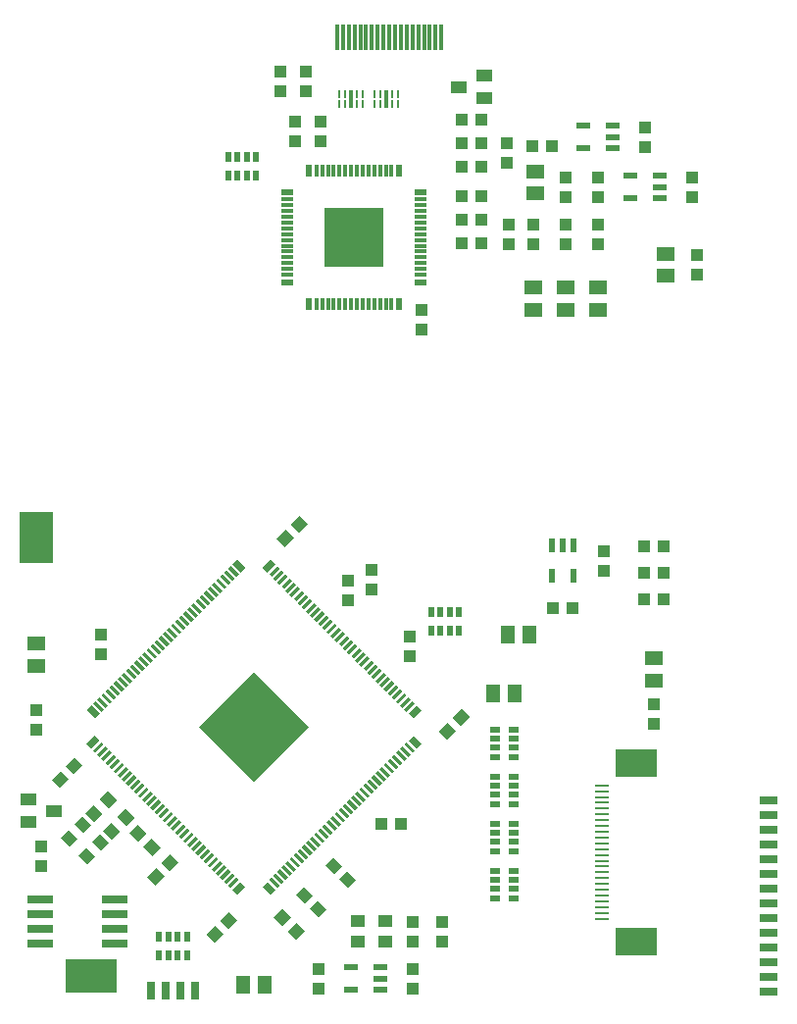
<source format=gtp>
G75*
%MOIN*%
%OFA0B0*%
%FSLAX25Y25*%
%IPPOS*%
%LPD*%
%AMOC8*
5,1,8,0,0,1.08239X$1,22.5*
%
%ADD10R,0.05906X0.05118*%
%ADD11R,0.05118X0.05906*%
%ADD12R,0.04331X0.03937*%
%ADD13R,0.03937X0.04331*%
%ADD14R,0.03543X0.01969*%
%ADD15R,0.11811X0.17717*%
%ADD16R,0.17717X0.11811*%
%ADD17R,0.03937X0.02362*%
%ADD18R,0.03937X0.01181*%
%ADD19R,0.02362X0.03937*%
%ADD20R,0.01181X0.03937*%
%ADD21R,0.26378X0.26378*%
%ADD22R,0.20472X0.20472*%
%ADD23R,0.08500X0.02500*%
%ADD24R,0.05118X0.04331*%
%ADD25R,0.04724X0.02165*%
%ADD26R,0.02165X0.04724*%
%ADD27R,0.04921X0.00984*%
%ADD28R,0.14370X0.09252*%
%ADD29R,0.01181X0.08661*%
%ADD30R,0.06299X0.03150*%
%ADD31R,0.01969X0.03543*%
%ADD32R,0.01575X0.06102*%
%ADD33R,0.00787X0.02657*%
%ADD34R,0.03150X0.06299*%
%ADD35R,0.05512X0.03937*%
D10*
X0014333Y0146093D03*
X0014333Y0153573D03*
X0183333Y0267093D03*
X0183333Y0274573D03*
X0194333Y0274573D03*
X0194333Y0267093D03*
X0205333Y0267093D03*
X0205333Y0274573D03*
X0228333Y0278593D03*
X0228333Y0286073D03*
X0183833Y0306593D03*
X0183833Y0314073D03*
X0224333Y0148573D03*
X0224333Y0141093D03*
D11*
X0182073Y0156833D03*
X0174593Y0156833D03*
X0177073Y0136833D03*
X0169593Y0136833D03*
X0092073Y0037833D03*
X0084593Y0037833D03*
D12*
G36*
X0072045Y0054742D02*
X0075106Y0057803D01*
X0077889Y0055020D01*
X0074828Y0051959D01*
X0072045Y0054742D01*
G37*
G36*
X0076778Y0059475D02*
X0079839Y0062536D01*
X0082622Y0059753D01*
X0079561Y0056692D01*
X0076778Y0059475D01*
G37*
G36*
X0056778Y0079061D02*
X0059839Y0082122D01*
X0062622Y0079339D01*
X0059561Y0076278D01*
X0056778Y0079061D01*
G37*
G36*
X0052045Y0074328D02*
X0055106Y0077389D01*
X0057889Y0074606D01*
X0054828Y0071545D01*
X0052045Y0074328D01*
G37*
G36*
X0053839Y0081545D02*
X0050778Y0084606D01*
X0053561Y0087389D01*
X0056622Y0084328D01*
X0053839Y0081545D01*
G37*
G36*
X0049106Y0086278D02*
X0046045Y0089339D01*
X0048828Y0092122D01*
X0051889Y0089061D01*
X0049106Y0086278D01*
G37*
G36*
X0024278Y0112061D02*
X0027339Y0115122D01*
X0030122Y0112339D01*
X0027061Y0109278D01*
X0024278Y0112061D01*
G37*
G36*
X0019545Y0107328D02*
X0022606Y0110389D01*
X0025389Y0107606D01*
X0022328Y0104545D01*
X0019545Y0107328D01*
G37*
X0014333Y0124487D03*
X0014333Y0131180D03*
X0015833Y0084680D03*
X0015833Y0077987D03*
G36*
X0105606Y0065278D02*
X0102545Y0068339D01*
X0105328Y0071122D01*
X0108389Y0068061D01*
X0105606Y0065278D01*
G37*
G36*
X0110339Y0060545D02*
X0107278Y0063606D01*
X0110061Y0066389D01*
X0113122Y0063328D01*
X0110339Y0060545D01*
G37*
G36*
X0120339Y0070545D02*
X0117278Y0073606D01*
X0120061Y0076389D01*
X0123122Y0073328D01*
X0120339Y0070545D01*
G37*
G36*
X0115606Y0075278D02*
X0112545Y0078339D01*
X0115328Y0081122D01*
X0118389Y0078061D01*
X0115606Y0075278D01*
G37*
X0131487Y0092333D03*
X0138180Y0092333D03*
G36*
X0156889Y0124106D02*
X0153828Y0121045D01*
X0151045Y0123828D01*
X0154106Y0126889D01*
X0156889Y0124106D01*
G37*
G36*
X0161622Y0128839D02*
X0158561Y0125778D01*
X0155778Y0128561D01*
X0158839Y0131622D01*
X0161622Y0128839D01*
G37*
X0189987Y0165833D03*
X0196680Y0165833D03*
X0224333Y0133180D03*
X0224333Y0126487D03*
X0152333Y0059180D03*
X0152333Y0052487D03*
X0120333Y0168487D03*
X0120333Y0175180D03*
X0128333Y0171987D03*
X0128333Y0178680D03*
G36*
X0106622Y0194339D02*
X0103561Y0191278D01*
X0100778Y0194061D01*
X0103839Y0197122D01*
X0106622Y0194339D01*
G37*
G36*
X0101889Y0189606D02*
X0098828Y0186545D01*
X0096045Y0189328D01*
X0099106Y0192389D01*
X0101889Y0189606D01*
G37*
X0158987Y0289833D03*
X0165680Y0289833D03*
X0165680Y0297833D03*
X0158987Y0297833D03*
X0158987Y0305833D03*
X0165680Y0305833D03*
X0174833Y0296180D03*
X0174833Y0289487D03*
X0183333Y0289487D03*
X0183333Y0296180D03*
X0194333Y0296180D03*
X0194333Y0289487D03*
X0205333Y0289487D03*
X0205333Y0296180D03*
X0194333Y0305487D03*
X0194333Y0312180D03*
X0189680Y0322833D03*
X0182987Y0322833D03*
X0174333Y0323680D03*
X0174333Y0316987D03*
X0238833Y0285680D03*
X0238833Y0278987D03*
X0097333Y0341487D03*
X0097333Y0348180D03*
D13*
X0105833Y0348180D03*
X0105833Y0341487D03*
X0102333Y0331180D03*
X0102333Y0324487D03*
X0110833Y0324487D03*
X0110833Y0331180D03*
X0158987Y0331833D03*
X0165680Y0331833D03*
X0165680Y0323833D03*
X0158987Y0323833D03*
X0158987Y0315833D03*
X0165680Y0315833D03*
X0205333Y0312180D03*
X0205333Y0305487D03*
X0221333Y0322487D03*
X0221333Y0329180D03*
X0237333Y0312180D03*
X0237333Y0305487D03*
X0145333Y0267180D03*
X0145333Y0260487D03*
X0207333Y0185180D03*
X0207333Y0178487D03*
X0220987Y0177833D03*
X0227680Y0177833D03*
X0227680Y0168833D03*
X0220987Y0168833D03*
X0220987Y0186833D03*
X0227680Y0186833D03*
X0141333Y0156180D03*
X0141333Y0149487D03*
G36*
X0097828Y0057778D02*
X0095045Y0060561D01*
X0098106Y0063622D01*
X0100889Y0060839D01*
X0097828Y0057778D01*
G37*
G36*
X0102561Y0053045D02*
X0099778Y0055828D01*
X0102839Y0058889D01*
X0105622Y0056106D01*
X0102561Y0053045D01*
G37*
X0110333Y0043180D03*
X0110333Y0036487D03*
X0142333Y0036487D03*
X0142333Y0043180D03*
X0142333Y0052487D03*
X0142333Y0059180D03*
G36*
X0047622Y0094561D02*
X0044839Y0091778D01*
X0041778Y0094839D01*
X0044561Y0097622D01*
X0047622Y0094561D01*
G37*
G36*
X0042889Y0089828D02*
X0040106Y0087045D01*
X0037045Y0090106D01*
X0039828Y0092889D01*
X0042889Y0089828D01*
G37*
G36*
X0039122Y0086061D02*
X0036339Y0083278D01*
X0033278Y0086339D01*
X0036061Y0089122D01*
X0039122Y0086061D01*
G37*
G36*
X0034389Y0081328D02*
X0031606Y0078545D01*
X0028545Y0081606D01*
X0031328Y0084389D01*
X0034389Y0081328D01*
G37*
G36*
X0022545Y0087606D02*
X0025328Y0090389D01*
X0028389Y0087328D01*
X0025606Y0084545D01*
X0022545Y0087606D01*
G37*
G36*
X0027278Y0092339D02*
X0030061Y0095122D01*
X0033122Y0092061D01*
X0030339Y0089278D01*
X0027278Y0092339D01*
G37*
G36*
X0036889Y0095828D02*
X0034106Y0093045D01*
X0031045Y0096106D01*
X0033828Y0098889D01*
X0036889Y0095828D01*
G37*
G36*
X0041622Y0100561D02*
X0038839Y0097778D01*
X0035778Y0100839D01*
X0038561Y0103622D01*
X0041622Y0100561D01*
G37*
X0036333Y0149987D03*
X0036333Y0156680D03*
D14*
X0170184Y0124558D03*
X0170184Y0121408D03*
X0170184Y0118259D03*
X0170184Y0115109D03*
X0170184Y0108558D03*
X0170184Y0105408D03*
X0170184Y0102259D03*
X0170184Y0099109D03*
X0170184Y0092558D03*
X0170184Y0089408D03*
X0170184Y0086259D03*
X0170184Y0083109D03*
X0170184Y0076558D03*
X0170184Y0073408D03*
X0170184Y0070259D03*
X0170184Y0067109D03*
X0176483Y0067109D03*
X0176483Y0070259D03*
X0176483Y0073408D03*
X0176483Y0076558D03*
X0176483Y0083109D03*
X0176483Y0086259D03*
X0176483Y0089408D03*
X0176483Y0092558D03*
X0176483Y0099109D03*
X0176483Y0102259D03*
X0176483Y0105408D03*
X0176483Y0108558D03*
X0176483Y0115109D03*
X0176483Y0118259D03*
X0176483Y0121408D03*
X0176483Y0124558D03*
D15*
X0014333Y0189833D03*
D16*
X0032833Y0040833D03*
D17*
G36*
X0085409Y0071186D02*
X0082627Y0068404D01*
X0080957Y0070074D01*
X0083739Y0072856D01*
X0085409Y0071186D01*
G37*
G36*
X0035856Y0120739D02*
X0033074Y0117957D01*
X0031404Y0119627D01*
X0034186Y0122409D01*
X0035856Y0120739D01*
G37*
G36*
X0095710Y0180593D02*
X0092928Y0177811D01*
X0091258Y0179481D01*
X0094040Y0182263D01*
X0095710Y0180593D01*
G37*
G36*
X0145263Y0131040D02*
X0142481Y0128258D01*
X0140811Y0129928D01*
X0143593Y0132710D01*
X0145263Y0131040D01*
G37*
X0144971Y0276479D03*
X0144971Y0307188D03*
X0099696Y0307188D03*
X0099696Y0276479D03*
D18*
X0099696Y0279038D03*
X0099696Y0281007D03*
X0099696Y0282975D03*
X0099696Y0284944D03*
X0099696Y0286912D03*
X0099696Y0288881D03*
X0099696Y0290849D03*
X0099696Y0292818D03*
X0099696Y0294786D03*
X0099696Y0296755D03*
X0099696Y0298723D03*
X0099696Y0300692D03*
X0099696Y0302660D03*
X0099696Y0304629D03*
X0144971Y0304629D03*
X0144971Y0302660D03*
X0144971Y0300692D03*
X0144971Y0298723D03*
X0144971Y0296755D03*
X0144971Y0294786D03*
X0144971Y0292818D03*
X0144971Y0290849D03*
X0144971Y0288881D03*
X0144971Y0286912D03*
X0144971Y0284944D03*
X0144971Y0282975D03*
X0144971Y0281007D03*
X0144971Y0279038D03*
G36*
X0097101Y0179201D02*
X0094319Y0176419D01*
X0093485Y0177253D01*
X0096267Y0180035D01*
X0097101Y0179201D01*
G37*
G36*
X0098493Y0177809D02*
X0095711Y0175027D01*
X0094877Y0175861D01*
X0097659Y0178643D01*
X0098493Y0177809D01*
G37*
G36*
X0099885Y0176417D02*
X0097103Y0173635D01*
X0096269Y0174469D01*
X0099051Y0177251D01*
X0099885Y0176417D01*
G37*
G36*
X0101277Y0175025D02*
X0098495Y0172243D01*
X0097661Y0173077D01*
X0100443Y0175859D01*
X0101277Y0175025D01*
G37*
G36*
X0102669Y0173633D02*
X0099887Y0170851D01*
X0099053Y0171685D01*
X0101835Y0174467D01*
X0102669Y0173633D01*
G37*
G36*
X0104061Y0172241D02*
X0101279Y0169459D01*
X0100445Y0170293D01*
X0103227Y0173075D01*
X0104061Y0172241D01*
G37*
G36*
X0105453Y0170849D02*
X0102671Y0168067D01*
X0101837Y0168901D01*
X0104619Y0171683D01*
X0105453Y0170849D01*
G37*
G36*
X0106845Y0169458D02*
X0104063Y0166676D01*
X0103229Y0167510D01*
X0106011Y0170292D01*
X0106845Y0169458D01*
G37*
G36*
X0108237Y0168066D02*
X0105455Y0165284D01*
X0104621Y0166118D01*
X0107403Y0168900D01*
X0108237Y0168066D01*
G37*
G36*
X0109629Y0166674D02*
X0106847Y0163892D01*
X0106013Y0164726D01*
X0108795Y0167508D01*
X0109629Y0166674D01*
G37*
G36*
X0111020Y0165282D02*
X0108238Y0162500D01*
X0107404Y0163334D01*
X0110186Y0166116D01*
X0111020Y0165282D01*
G37*
G36*
X0112412Y0163890D02*
X0109630Y0161108D01*
X0108796Y0161942D01*
X0111578Y0164724D01*
X0112412Y0163890D01*
G37*
G36*
X0113804Y0162498D02*
X0111022Y0159716D01*
X0110188Y0160550D01*
X0112970Y0163332D01*
X0113804Y0162498D01*
G37*
G36*
X0115196Y0161106D02*
X0112414Y0158324D01*
X0111580Y0159158D01*
X0114362Y0161940D01*
X0115196Y0161106D01*
G37*
G36*
X0116588Y0159714D02*
X0113806Y0156932D01*
X0112972Y0157766D01*
X0115754Y0160548D01*
X0116588Y0159714D01*
G37*
G36*
X0117980Y0158322D02*
X0115198Y0155540D01*
X0114364Y0156374D01*
X0117146Y0159156D01*
X0117980Y0158322D01*
G37*
G36*
X0119372Y0156930D02*
X0116590Y0154148D01*
X0115756Y0154982D01*
X0118538Y0157764D01*
X0119372Y0156930D01*
G37*
G36*
X0120764Y0155538D02*
X0117982Y0152756D01*
X0117148Y0153590D01*
X0119930Y0156372D01*
X0120764Y0155538D01*
G37*
G36*
X0122156Y0154146D02*
X0119374Y0151364D01*
X0118540Y0152198D01*
X0121322Y0154980D01*
X0122156Y0154146D01*
G37*
G36*
X0123548Y0152754D02*
X0120766Y0149972D01*
X0119932Y0150806D01*
X0122714Y0153588D01*
X0123548Y0152754D01*
G37*
G36*
X0124940Y0151362D02*
X0122158Y0148580D01*
X0121324Y0149414D01*
X0124106Y0152196D01*
X0124940Y0151362D01*
G37*
G36*
X0126332Y0149970D02*
X0123550Y0147188D01*
X0122716Y0148022D01*
X0125498Y0150804D01*
X0126332Y0149970D01*
G37*
G36*
X0127724Y0148578D02*
X0124942Y0145796D01*
X0124108Y0146630D01*
X0126890Y0149412D01*
X0127724Y0148578D01*
G37*
G36*
X0129116Y0147186D02*
X0126334Y0144404D01*
X0125500Y0145238D01*
X0128282Y0148020D01*
X0129116Y0147186D01*
G37*
G36*
X0130508Y0145795D02*
X0127726Y0143013D01*
X0126892Y0143847D01*
X0129674Y0146629D01*
X0130508Y0145795D01*
G37*
G36*
X0131900Y0144403D02*
X0129118Y0141621D01*
X0128284Y0142455D01*
X0131066Y0145237D01*
X0131900Y0144403D01*
G37*
G36*
X0133292Y0143011D02*
X0130510Y0140229D01*
X0129676Y0141063D01*
X0132458Y0143845D01*
X0133292Y0143011D01*
G37*
G36*
X0134683Y0141619D02*
X0131901Y0138837D01*
X0131067Y0139671D01*
X0133849Y0142453D01*
X0134683Y0141619D01*
G37*
G36*
X0136075Y0140227D02*
X0133293Y0137445D01*
X0132459Y0138279D01*
X0135241Y0141061D01*
X0136075Y0140227D01*
G37*
G36*
X0137467Y0138835D02*
X0134685Y0136053D01*
X0133851Y0136887D01*
X0136633Y0139669D01*
X0137467Y0138835D01*
G37*
G36*
X0138859Y0137443D02*
X0136077Y0134661D01*
X0135243Y0135495D01*
X0138025Y0138277D01*
X0138859Y0137443D01*
G37*
G36*
X0140251Y0136051D02*
X0137469Y0133269D01*
X0136635Y0134103D01*
X0139417Y0136885D01*
X0140251Y0136051D01*
G37*
G36*
X0141643Y0134659D02*
X0138861Y0131877D01*
X0138027Y0132711D01*
X0140809Y0135493D01*
X0141643Y0134659D01*
G37*
G36*
X0143035Y0133267D02*
X0140253Y0130485D01*
X0139419Y0131319D01*
X0142201Y0134101D01*
X0143035Y0133267D01*
G37*
G36*
X0083182Y0073414D02*
X0080400Y0070632D01*
X0079566Y0071466D01*
X0082348Y0074248D01*
X0083182Y0073414D01*
G37*
G36*
X0081790Y0074805D02*
X0079008Y0072023D01*
X0078174Y0072857D01*
X0080956Y0075639D01*
X0081790Y0074805D01*
G37*
G36*
X0080398Y0076197D02*
X0077616Y0073415D01*
X0076782Y0074249D01*
X0079564Y0077031D01*
X0080398Y0076197D01*
G37*
G36*
X0079006Y0077589D02*
X0076224Y0074807D01*
X0075390Y0075641D01*
X0078172Y0078423D01*
X0079006Y0077589D01*
G37*
G36*
X0077614Y0078981D02*
X0074832Y0076199D01*
X0073998Y0077033D01*
X0076780Y0079815D01*
X0077614Y0078981D01*
G37*
G36*
X0076222Y0080373D02*
X0073440Y0077591D01*
X0072606Y0078425D01*
X0075388Y0081207D01*
X0076222Y0080373D01*
G37*
G36*
X0074830Y0081765D02*
X0072048Y0078983D01*
X0071214Y0079817D01*
X0073996Y0082599D01*
X0074830Y0081765D01*
G37*
G36*
X0073438Y0083157D02*
X0070656Y0080375D01*
X0069822Y0081209D01*
X0072604Y0083991D01*
X0073438Y0083157D01*
G37*
G36*
X0072046Y0084549D02*
X0069264Y0081767D01*
X0068430Y0082601D01*
X0071212Y0085383D01*
X0072046Y0084549D01*
G37*
G36*
X0070654Y0085941D02*
X0067872Y0083159D01*
X0067038Y0083993D01*
X0069820Y0086775D01*
X0070654Y0085941D01*
G37*
G36*
X0069262Y0087333D02*
X0066480Y0084551D01*
X0065646Y0085385D01*
X0068428Y0088167D01*
X0069262Y0087333D01*
G37*
G36*
X0067870Y0088725D02*
X0065088Y0085943D01*
X0064254Y0086777D01*
X0067036Y0089559D01*
X0067870Y0088725D01*
G37*
G36*
X0066478Y0090117D02*
X0063696Y0087335D01*
X0062862Y0088169D01*
X0065644Y0090951D01*
X0066478Y0090117D01*
G37*
G36*
X0065086Y0091509D02*
X0062304Y0088727D01*
X0061470Y0089561D01*
X0064252Y0092343D01*
X0065086Y0091509D01*
G37*
G36*
X0063694Y0092901D02*
X0060912Y0090119D01*
X0060078Y0090953D01*
X0062860Y0093735D01*
X0063694Y0092901D01*
G37*
G36*
X0062302Y0094293D02*
X0059520Y0091511D01*
X0058686Y0092345D01*
X0061468Y0095127D01*
X0062302Y0094293D01*
G37*
G36*
X0060911Y0095685D02*
X0058129Y0092903D01*
X0057295Y0093737D01*
X0060077Y0096519D01*
X0060911Y0095685D01*
G37*
G36*
X0059519Y0097077D02*
X0056737Y0094295D01*
X0055903Y0095129D01*
X0058685Y0097911D01*
X0059519Y0097077D01*
G37*
G36*
X0058127Y0098468D02*
X0055345Y0095686D01*
X0054511Y0096520D01*
X0057293Y0099302D01*
X0058127Y0098468D01*
G37*
G36*
X0056735Y0099860D02*
X0053953Y0097078D01*
X0053119Y0097912D01*
X0055901Y0100694D01*
X0056735Y0099860D01*
G37*
G36*
X0055343Y0101252D02*
X0052561Y0098470D01*
X0051727Y0099304D01*
X0054509Y0102086D01*
X0055343Y0101252D01*
G37*
G36*
X0053951Y0102644D02*
X0051169Y0099862D01*
X0050335Y0100696D01*
X0053117Y0103478D01*
X0053951Y0102644D01*
G37*
G36*
X0052559Y0104036D02*
X0049777Y0101254D01*
X0048943Y0102088D01*
X0051725Y0104870D01*
X0052559Y0104036D01*
G37*
G36*
X0051167Y0105428D02*
X0048385Y0102646D01*
X0047551Y0103480D01*
X0050333Y0106262D01*
X0051167Y0105428D01*
G37*
G36*
X0049775Y0106820D02*
X0046993Y0104038D01*
X0046159Y0104872D01*
X0048941Y0107654D01*
X0049775Y0106820D01*
G37*
G36*
X0048383Y0108212D02*
X0045601Y0105430D01*
X0044767Y0106264D01*
X0047549Y0109046D01*
X0048383Y0108212D01*
G37*
G36*
X0046991Y0109604D02*
X0044209Y0106822D01*
X0043375Y0107656D01*
X0046157Y0110438D01*
X0046991Y0109604D01*
G37*
G36*
X0045599Y0110996D02*
X0042817Y0108214D01*
X0041983Y0109048D01*
X0044765Y0111830D01*
X0045599Y0110996D01*
G37*
G36*
X0044207Y0112388D02*
X0041425Y0109606D01*
X0040591Y0110440D01*
X0043373Y0113222D01*
X0044207Y0112388D01*
G37*
G36*
X0042815Y0113780D02*
X0040033Y0110998D01*
X0039199Y0111832D01*
X0041981Y0114614D01*
X0042815Y0113780D01*
G37*
G36*
X0041423Y0115172D02*
X0038641Y0112390D01*
X0037807Y0113224D01*
X0040589Y0116006D01*
X0041423Y0115172D01*
G37*
G36*
X0040031Y0116564D02*
X0037249Y0113782D01*
X0036415Y0114616D01*
X0039197Y0117398D01*
X0040031Y0116564D01*
G37*
G36*
X0038639Y0117956D02*
X0035857Y0115174D01*
X0035023Y0116008D01*
X0037805Y0118790D01*
X0038639Y0117956D01*
G37*
G36*
X0037248Y0119348D02*
X0034466Y0116566D01*
X0033632Y0117400D01*
X0036414Y0120182D01*
X0037248Y0119348D01*
G37*
D19*
G36*
X0035856Y0129928D02*
X0034186Y0128258D01*
X0031404Y0131040D01*
X0033074Y0132710D01*
X0035856Y0129928D01*
G37*
G36*
X0085409Y0179481D02*
X0083739Y0177811D01*
X0080957Y0180593D01*
X0082627Y0182263D01*
X0085409Y0179481D01*
G37*
G36*
X0145263Y0119627D02*
X0143593Y0117957D01*
X0140811Y0120739D01*
X0142481Y0122409D01*
X0145263Y0119627D01*
G37*
G36*
X0095710Y0070074D02*
X0094040Y0068404D01*
X0091258Y0071186D01*
X0092928Y0072856D01*
X0095710Y0070074D01*
G37*
X0106979Y0269196D03*
X0137688Y0269196D03*
X0137688Y0314471D03*
X0106979Y0314471D03*
D20*
X0109538Y0314471D03*
X0111507Y0314471D03*
X0113475Y0314471D03*
X0115444Y0314471D03*
X0117412Y0314471D03*
X0119381Y0314471D03*
X0121349Y0314471D03*
X0123318Y0314471D03*
X0125286Y0314471D03*
X0127255Y0314471D03*
X0129223Y0314471D03*
X0131192Y0314471D03*
X0133160Y0314471D03*
X0135129Y0314471D03*
X0135129Y0269196D03*
X0133160Y0269196D03*
X0131192Y0269196D03*
X0129223Y0269196D03*
X0127255Y0269196D03*
X0125286Y0269196D03*
X0123318Y0269196D03*
X0121349Y0269196D03*
X0119381Y0269196D03*
X0117412Y0269196D03*
X0115444Y0269196D03*
X0113475Y0269196D03*
X0111507Y0269196D03*
X0109538Y0269196D03*
G36*
X0083182Y0177253D02*
X0082348Y0176419D01*
X0079566Y0179201D01*
X0080400Y0180035D01*
X0083182Y0177253D01*
G37*
G36*
X0081790Y0175861D02*
X0080956Y0175027D01*
X0078174Y0177809D01*
X0079008Y0178643D01*
X0081790Y0175861D01*
G37*
G36*
X0080398Y0174469D02*
X0079564Y0173635D01*
X0076782Y0176417D01*
X0077616Y0177251D01*
X0080398Y0174469D01*
G37*
G36*
X0079006Y0173077D02*
X0078172Y0172243D01*
X0075390Y0175025D01*
X0076224Y0175859D01*
X0079006Y0173077D01*
G37*
G36*
X0077614Y0171685D02*
X0076780Y0170851D01*
X0073998Y0173633D01*
X0074832Y0174467D01*
X0077614Y0171685D01*
G37*
G36*
X0076222Y0170293D02*
X0075388Y0169459D01*
X0072606Y0172241D01*
X0073440Y0173075D01*
X0076222Y0170293D01*
G37*
G36*
X0074830Y0168901D02*
X0073996Y0168067D01*
X0071214Y0170849D01*
X0072048Y0171683D01*
X0074830Y0168901D01*
G37*
G36*
X0073438Y0167510D02*
X0072604Y0166676D01*
X0069822Y0169458D01*
X0070656Y0170292D01*
X0073438Y0167510D01*
G37*
G36*
X0072046Y0166118D02*
X0071212Y0165284D01*
X0068430Y0168066D01*
X0069264Y0168900D01*
X0072046Y0166118D01*
G37*
G36*
X0070654Y0164726D02*
X0069820Y0163892D01*
X0067038Y0166674D01*
X0067872Y0167508D01*
X0070654Y0164726D01*
G37*
G36*
X0069262Y0163334D02*
X0068428Y0162500D01*
X0065646Y0165282D01*
X0066480Y0166116D01*
X0069262Y0163334D01*
G37*
G36*
X0067870Y0161942D02*
X0067036Y0161108D01*
X0064254Y0163890D01*
X0065088Y0164724D01*
X0067870Y0161942D01*
G37*
G36*
X0066478Y0160550D02*
X0065644Y0159716D01*
X0062862Y0162498D01*
X0063696Y0163332D01*
X0066478Y0160550D01*
G37*
G36*
X0065086Y0159158D02*
X0064252Y0158324D01*
X0061470Y0161106D01*
X0062304Y0161940D01*
X0065086Y0159158D01*
G37*
G36*
X0063694Y0157766D02*
X0062860Y0156932D01*
X0060078Y0159714D01*
X0060912Y0160548D01*
X0063694Y0157766D01*
G37*
G36*
X0062302Y0156374D02*
X0061468Y0155540D01*
X0058686Y0158322D01*
X0059520Y0159156D01*
X0062302Y0156374D01*
G37*
G36*
X0060911Y0154982D02*
X0060077Y0154148D01*
X0057295Y0156930D01*
X0058129Y0157764D01*
X0060911Y0154982D01*
G37*
G36*
X0059519Y0153590D02*
X0058685Y0152756D01*
X0055903Y0155538D01*
X0056737Y0156372D01*
X0059519Y0153590D01*
G37*
G36*
X0058127Y0152198D02*
X0057293Y0151364D01*
X0054511Y0154146D01*
X0055345Y0154980D01*
X0058127Y0152198D01*
G37*
G36*
X0056735Y0150806D02*
X0055901Y0149972D01*
X0053119Y0152754D01*
X0053953Y0153588D01*
X0056735Y0150806D01*
G37*
G36*
X0055343Y0149414D02*
X0054509Y0148580D01*
X0051727Y0151362D01*
X0052561Y0152196D01*
X0055343Y0149414D01*
G37*
G36*
X0053951Y0148022D02*
X0053117Y0147188D01*
X0050335Y0149970D01*
X0051169Y0150804D01*
X0053951Y0148022D01*
G37*
G36*
X0052559Y0146630D02*
X0051725Y0145796D01*
X0048943Y0148578D01*
X0049777Y0149412D01*
X0052559Y0146630D01*
G37*
G36*
X0051167Y0145238D02*
X0050333Y0144404D01*
X0047551Y0147186D01*
X0048385Y0148020D01*
X0051167Y0145238D01*
G37*
G36*
X0049775Y0143847D02*
X0048941Y0143013D01*
X0046159Y0145795D01*
X0046993Y0146629D01*
X0049775Y0143847D01*
G37*
G36*
X0048383Y0142455D02*
X0047549Y0141621D01*
X0044767Y0144403D01*
X0045601Y0145237D01*
X0048383Y0142455D01*
G37*
G36*
X0046991Y0141063D02*
X0046157Y0140229D01*
X0043375Y0143011D01*
X0044209Y0143845D01*
X0046991Y0141063D01*
G37*
G36*
X0045599Y0139671D02*
X0044765Y0138837D01*
X0041983Y0141619D01*
X0042817Y0142453D01*
X0045599Y0139671D01*
G37*
G36*
X0044207Y0138279D02*
X0043373Y0137445D01*
X0040591Y0140227D01*
X0041425Y0141061D01*
X0044207Y0138279D01*
G37*
G36*
X0042815Y0136887D02*
X0041981Y0136053D01*
X0039199Y0138835D01*
X0040033Y0139669D01*
X0042815Y0136887D01*
G37*
G36*
X0041423Y0135495D02*
X0040589Y0134661D01*
X0037807Y0137443D01*
X0038641Y0138277D01*
X0041423Y0135495D01*
G37*
G36*
X0040031Y0134103D02*
X0039197Y0133269D01*
X0036415Y0136051D01*
X0037249Y0136885D01*
X0040031Y0134103D01*
G37*
G36*
X0038639Y0132711D02*
X0037805Y0131877D01*
X0035023Y0134659D01*
X0035857Y0135493D01*
X0038639Y0132711D01*
G37*
G36*
X0037248Y0131319D02*
X0036414Y0130485D01*
X0033632Y0133267D01*
X0034466Y0134101D01*
X0037248Y0131319D01*
G37*
G36*
X0097101Y0071466D02*
X0096267Y0070632D01*
X0093485Y0073414D01*
X0094319Y0074248D01*
X0097101Y0071466D01*
G37*
G36*
X0098493Y0072857D02*
X0097659Y0072023D01*
X0094877Y0074805D01*
X0095711Y0075639D01*
X0098493Y0072857D01*
G37*
G36*
X0099885Y0074249D02*
X0099051Y0073415D01*
X0096269Y0076197D01*
X0097103Y0077031D01*
X0099885Y0074249D01*
G37*
G36*
X0101277Y0075641D02*
X0100443Y0074807D01*
X0097661Y0077589D01*
X0098495Y0078423D01*
X0101277Y0075641D01*
G37*
G36*
X0102669Y0077033D02*
X0101835Y0076199D01*
X0099053Y0078981D01*
X0099887Y0079815D01*
X0102669Y0077033D01*
G37*
G36*
X0104061Y0078425D02*
X0103227Y0077591D01*
X0100445Y0080373D01*
X0101279Y0081207D01*
X0104061Y0078425D01*
G37*
G36*
X0105453Y0079817D02*
X0104619Y0078983D01*
X0101837Y0081765D01*
X0102671Y0082599D01*
X0105453Y0079817D01*
G37*
G36*
X0106845Y0081209D02*
X0106011Y0080375D01*
X0103229Y0083157D01*
X0104063Y0083991D01*
X0106845Y0081209D01*
G37*
G36*
X0108237Y0082601D02*
X0107403Y0081767D01*
X0104621Y0084549D01*
X0105455Y0085383D01*
X0108237Y0082601D01*
G37*
G36*
X0109629Y0083993D02*
X0108795Y0083159D01*
X0106013Y0085941D01*
X0106847Y0086775D01*
X0109629Y0083993D01*
G37*
G36*
X0111020Y0085385D02*
X0110186Y0084551D01*
X0107404Y0087333D01*
X0108238Y0088167D01*
X0111020Y0085385D01*
G37*
G36*
X0112412Y0086777D02*
X0111578Y0085943D01*
X0108796Y0088725D01*
X0109630Y0089559D01*
X0112412Y0086777D01*
G37*
G36*
X0113804Y0088169D02*
X0112970Y0087335D01*
X0110188Y0090117D01*
X0111022Y0090951D01*
X0113804Y0088169D01*
G37*
G36*
X0115196Y0089561D02*
X0114362Y0088727D01*
X0111580Y0091509D01*
X0112414Y0092343D01*
X0115196Y0089561D01*
G37*
G36*
X0116588Y0090953D02*
X0115754Y0090119D01*
X0112972Y0092901D01*
X0113806Y0093735D01*
X0116588Y0090953D01*
G37*
G36*
X0117980Y0092345D02*
X0117146Y0091511D01*
X0114364Y0094293D01*
X0115198Y0095127D01*
X0117980Y0092345D01*
G37*
G36*
X0119372Y0093737D02*
X0118538Y0092903D01*
X0115756Y0095685D01*
X0116590Y0096519D01*
X0119372Y0093737D01*
G37*
G36*
X0120764Y0095129D02*
X0119930Y0094295D01*
X0117148Y0097077D01*
X0117982Y0097911D01*
X0120764Y0095129D01*
G37*
G36*
X0122156Y0096520D02*
X0121322Y0095686D01*
X0118540Y0098468D01*
X0119374Y0099302D01*
X0122156Y0096520D01*
G37*
G36*
X0123548Y0097912D02*
X0122714Y0097078D01*
X0119932Y0099860D01*
X0120766Y0100694D01*
X0123548Y0097912D01*
G37*
G36*
X0124940Y0099304D02*
X0124106Y0098470D01*
X0121324Y0101252D01*
X0122158Y0102086D01*
X0124940Y0099304D01*
G37*
G36*
X0126332Y0100696D02*
X0125498Y0099862D01*
X0122716Y0102644D01*
X0123550Y0103478D01*
X0126332Y0100696D01*
G37*
G36*
X0127724Y0102088D02*
X0126890Y0101254D01*
X0124108Y0104036D01*
X0124942Y0104870D01*
X0127724Y0102088D01*
G37*
G36*
X0129116Y0103480D02*
X0128282Y0102646D01*
X0125500Y0105428D01*
X0126334Y0106262D01*
X0129116Y0103480D01*
G37*
G36*
X0130508Y0104872D02*
X0129674Y0104038D01*
X0126892Y0106820D01*
X0127726Y0107654D01*
X0130508Y0104872D01*
G37*
G36*
X0131900Y0106264D02*
X0131066Y0105430D01*
X0128284Y0108212D01*
X0129118Y0109046D01*
X0131900Y0106264D01*
G37*
G36*
X0133292Y0107656D02*
X0132458Y0106822D01*
X0129676Y0109604D01*
X0130510Y0110438D01*
X0133292Y0107656D01*
G37*
G36*
X0134683Y0109048D02*
X0133849Y0108214D01*
X0131067Y0110996D01*
X0131901Y0111830D01*
X0134683Y0109048D01*
G37*
G36*
X0136075Y0110440D02*
X0135241Y0109606D01*
X0132459Y0112388D01*
X0133293Y0113222D01*
X0136075Y0110440D01*
G37*
G36*
X0137467Y0111832D02*
X0136633Y0110998D01*
X0133851Y0113780D01*
X0134685Y0114614D01*
X0137467Y0111832D01*
G37*
G36*
X0138859Y0113224D02*
X0138025Y0112390D01*
X0135243Y0115172D01*
X0136077Y0116006D01*
X0138859Y0113224D01*
G37*
G36*
X0140251Y0114616D02*
X0139417Y0113782D01*
X0136635Y0116564D01*
X0137469Y0117398D01*
X0140251Y0114616D01*
G37*
G36*
X0141643Y0116008D02*
X0140809Y0115174D01*
X0138027Y0117956D01*
X0138861Y0118790D01*
X0141643Y0116008D01*
G37*
G36*
X0143035Y0117400D02*
X0142201Y0116566D01*
X0139419Y0119348D01*
X0140253Y0120182D01*
X0143035Y0117400D01*
G37*
D21*
G36*
X0106985Y0125333D02*
X0088333Y0106681D01*
X0069681Y0125333D01*
X0088333Y0143985D01*
X0106985Y0125333D01*
G37*
D22*
X0122333Y0291833D03*
D23*
X0041033Y0066833D03*
X0041033Y0061833D03*
X0041033Y0056833D03*
X0041033Y0051833D03*
X0015633Y0051833D03*
X0015633Y0056833D03*
X0015633Y0061833D03*
X0015633Y0066833D03*
D24*
X0123806Y0059377D03*
X0123806Y0052290D03*
X0132861Y0052290D03*
X0132861Y0059377D03*
D25*
X0131452Y0043573D03*
X0131452Y0039833D03*
X0131452Y0036093D03*
X0121215Y0036093D03*
X0121215Y0043573D03*
X0216215Y0305093D03*
X0216215Y0312573D03*
X0210452Y0322093D03*
X0210452Y0325833D03*
X0210452Y0329573D03*
X0200215Y0329573D03*
X0200215Y0322093D03*
X0226452Y0312573D03*
X0226452Y0308833D03*
X0226452Y0305093D03*
D26*
X0197073Y0186952D03*
X0193333Y0186952D03*
X0189593Y0186952D03*
X0189593Y0176715D03*
X0197073Y0176715D03*
D27*
X0206538Y0105471D03*
X0206538Y0103503D03*
X0206538Y0101534D03*
X0206538Y0099566D03*
X0206538Y0097597D03*
X0206538Y0095629D03*
X0206538Y0093660D03*
X0206538Y0091692D03*
X0206538Y0089723D03*
X0206538Y0087755D03*
X0206538Y0085786D03*
X0206538Y0083818D03*
X0206538Y0081849D03*
X0206538Y0079881D03*
X0206538Y0077912D03*
X0206538Y0075944D03*
X0206538Y0073975D03*
X0206538Y0072007D03*
X0206538Y0070038D03*
X0206538Y0068070D03*
X0206538Y0066101D03*
X0206538Y0064133D03*
X0206538Y0062164D03*
X0206538Y0060196D03*
D28*
X0218349Y0052558D03*
X0218349Y0113109D03*
D29*
X0152050Y0359743D03*
X0150081Y0359743D03*
X0148113Y0359743D03*
X0146144Y0359743D03*
X0144176Y0359743D03*
X0142207Y0359743D03*
X0140239Y0359743D03*
X0138270Y0359743D03*
X0136302Y0359743D03*
X0134333Y0359743D03*
X0132365Y0359743D03*
X0130396Y0359743D03*
X0128428Y0359743D03*
X0126459Y0359743D03*
X0124491Y0359743D03*
X0122522Y0359743D03*
X0120554Y0359743D03*
X0118585Y0359743D03*
X0116617Y0359743D03*
D30*
X0263333Y0100333D03*
X0263333Y0095333D03*
X0263333Y0090333D03*
X0263333Y0085333D03*
X0263333Y0080333D03*
X0263333Y0075333D03*
X0263333Y0070333D03*
X0263333Y0065333D03*
X0263333Y0060333D03*
X0263333Y0055333D03*
X0263333Y0050333D03*
X0263333Y0045333D03*
X0263333Y0040333D03*
X0263333Y0035333D03*
D31*
X0158058Y0158184D03*
X0154908Y0158184D03*
X0151759Y0158184D03*
X0148609Y0158184D03*
X0148609Y0164483D03*
X0151759Y0164483D03*
X0154908Y0164483D03*
X0158058Y0164483D03*
X0065558Y0053983D03*
X0062408Y0053983D03*
X0059259Y0053983D03*
X0056109Y0053983D03*
X0056109Y0047684D03*
X0059259Y0047684D03*
X0062408Y0047684D03*
X0065558Y0047684D03*
X0079609Y0312684D03*
X0082759Y0312684D03*
X0085908Y0312684D03*
X0089058Y0312684D03*
X0089058Y0318983D03*
X0085908Y0318983D03*
X0082759Y0318983D03*
X0079609Y0318983D03*
D32*
X0121333Y0338833D03*
X0133333Y0338833D03*
D33*
X0131365Y0337111D03*
X0129396Y0337111D03*
X0129396Y0340556D03*
X0131365Y0340556D03*
X0135302Y0340556D03*
X0137270Y0340556D03*
X0137270Y0337111D03*
X0135302Y0337111D03*
X0125270Y0337111D03*
X0123302Y0337111D03*
X0123302Y0340556D03*
X0125270Y0340556D03*
X0119365Y0340556D03*
X0117396Y0340556D03*
X0117396Y0337111D03*
X0119365Y0337111D03*
D34*
X0068333Y0035833D03*
X0063333Y0035833D03*
X0058333Y0035833D03*
X0053333Y0035833D03*
D35*
X0011503Y0093093D03*
X0011503Y0100573D03*
X0020164Y0096833D03*
X0166664Y0339093D03*
X0166664Y0346573D03*
X0158003Y0342833D03*
M02*

</source>
